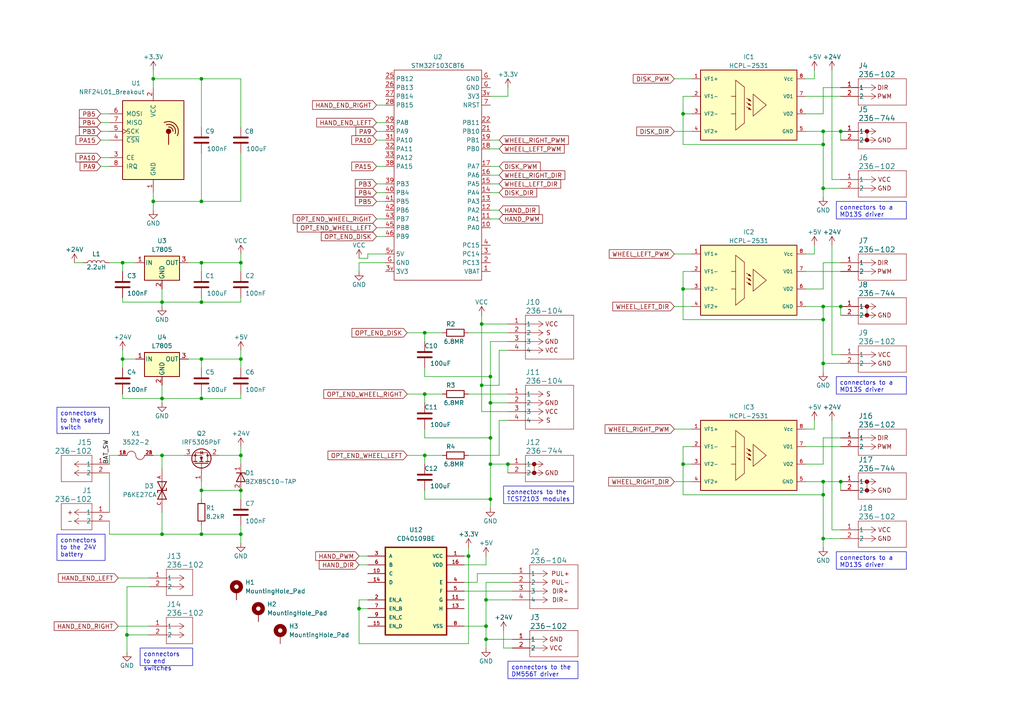
<source format=kicad_sch>
(kicad_sch (version 20230121) (generator eeschema)
  (paper "A4")
  (junction (at 104.14 176.53))
  (junction (at 142.24 144.78))
  (junction (at 58.42 22.86))
  (junction (at 58.42 87.63))
  (junction (at 243.84 88.9))
  (junction (at 142.24 134.62))
  (junction (at 58.42 58.42))
  (junction (at 142.24 116.84))
  (junction (at 123.19 114.3))
  (junction (at 36.83 184.15))
  (junction (at 123.19 132.08))
  (junction (at 238.76 105.41))
  (junction (at 243.84 38.1))
  (junction (at 46.99 154.94))
  (junction (at 142.24 109.22))
  (junction (at 140.97 181.61))
  (junction (at 142.24 127))
  (junction (at 243.84 139.7))
  (junction (at 46.99 87.63))
  (junction (at 58.42 76.2))
  (junction (at 58.42 104.14))
  (junction (at 46.99 132.08))
  (junction (at 135.89 161.29))
  (junction (at 238.76 143.51))
  (junction (at 35.56 76.2))
  (junction (at 147.32 134.62))
  (junction (at 35.56 104.14))
  (junction (at 69.85 142.24))
  (junction (at 140.97 185.42))
  (junction (at 58.42 142.24))
  (junction (at 238.76 156.21))
  (junction (at 58.42 154.94))
  (junction (at 238.76 139.7))
  (junction (at 238.76 54.61))
  (junction (at 69.85 154.94))
  (junction (at 44.45 58.42))
  (junction (at 69.85 76.2))
  (junction (at 198.12 33.02))
  (junction (at 238.76 88.9))
  (junction (at 238.76 92.71))
  (junction (at 238.76 41.91))
  (junction (at 69.85 104.14))
  (junction (at 140.97 173.99))
  (junction (at 123.19 96.52))
  (junction (at 58.42 115.57))
  (junction (at 238.76 38.1))
  (junction (at 69.85 132.08))
  (junction (at 46.99 115.57))
  (junction (at 44.45 22.86))
  (junction (at 198.12 134.62))
  (junction (at 139.7 111.76))
  (junction (at 198.12 83.82))
  (junction (at 139.7 93.98))
  (wire (pts (xy 46.99 87.63) (xy 46.99 88.9)))
  (wire (pts (xy 139.7 93.98) (xy 147.32 93.98)))
  (wire (pts (xy 58.42 36.83) (xy 58.42 22.86)))
  (wire (pts (xy 54.61 76.2) (xy 58.42 76.2)))
  (wire (pts (xy 109.22 55.88) (xy 111.76 55.88)))
  (wire (pts (xy 46.99 87.63) (xy 58.42 87.63)))
  (wire (pts (xy 195.58 22.86) (xy 200.66 22.86)))
  (wire (pts (xy 46.99 132.08) (xy 46.99 135.89)))
  (wire (pts (xy 35.56 76.2) (xy 39.37 76.2)))
  (wire (pts (xy 148.59 185.42) (xy 140.97 185.42)))
  (wire (pts (xy 58.42 139.7) (xy 58.42 142.24)))
  (wire (pts (xy 233.68 139.7) (xy 238.76 139.7)))
  (wire (pts (xy 69.85 44.45) (xy 69.85 58.42)))
  (wire (pts (xy 238.76 76.2) (xy 243.84 76.2)))
  (wire (pts (xy 142.24 50.8) (xy 144.78 50.8)))
  (wire (pts (xy 241.3 102.87) (xy 243.84 102.87)))
  (wire (pts (xy 104.14 76.2) (xy 104.14 78.74)))
  (wire (pts (xy 142.24 27.94) (xy 147.32 27.94)))
  (wire (pts (xy 44.45 20.32) (xy 44.45 22.86)))
  (wire (pts (xy 140.97 181.61) (xy 140.97 185.42)))
  (wire (pts (xy 35.56 87.63) (xy 46.99 87.63)))
  (wire (pts (xy 195.58 88.9) (xy 200.66 88.9)))
  (wire (pts (xy 142.24 116.84) (xy 147.32 116.84)))
  (wire (pts (xy 198.12 83.82) (xy 198.12 92.71)))
  (wire (pts (xy 142.24 48.26) (xy 144.78 48.26)))
  (wire (pts (xy 134.62 163.83) (xy 140.97 163.83)))
  (wire (pts (xy 139.7 91.44) (xy 139.7 93.98)))
  (wire (pts (xy 148.59 173.99) (xy 140.97 173.99)))
  (wire (pts (xy 238.76 139.7) (xy 243.84 139.7)))
  (wire (pts (xy 198.12 78.74) (xy 198.12 83.82)))
  (wire (pts (xy 238.76 88.9) (xy 243.84 88.9)))
  (wire (pts (xy 69.85 114.3) (xy 69.85 115.57)))
  (wire (pts (xy 104.14 163.83) (xy 106.68 163.83)))
  (wire (pts (xy 35.56 76.2) (xy 35.56 78.74)))
  (wire (pts (xy 29.21 35.56) (xy 31.75 35.56)))
  (wire (pts (xy 233.68 22.86) (xy 236.22 22.86)))
  (wire (pts (xy 29.21 38.1) (xy 31.75 38.1)))
  (wire (pts (xy 35.56 104.14) (xy 39.37 104.14)))
  (wire (pts (xy 135.89 114.3) (xy 147.32 114.3)))
  (wire (pts (xy 35.56 115.57) (xy 46.99 115.57)))
  (wire (pts (xy 29.21 33.02) (xy 31.75 33.02)))
  (wire (pts (xy 58.42 142.24) (xy 58.42 144.78)))
  (wire (pts (xy 238.76 54.61) (xy 238.76 57.15)))
  (wire (pts (xy 58.42 22.86) (xy 44.45 22.86)))
  (wire (pts (xy 148.59 168.91) (xy 140.97 168.91)))
  (wire (pts (xy 104.14 186.69) (xy 135.89 186.69)))
  (wire (pts (xy 238.76 105.41) (xy 243.84 105.41)))
  (wire (pts (xy 238.76 156.21) (xy 238.76 158.75)))
  (wire (pts (xy 139.7 119.38) (xy 147.32 119.38)))
  (wire (pts (xy 46.99 115.57) (xy 46.99 116.84)))
  (wire (pts (xy 142.24 116.84) (xy 142.24 127)))
  (wire (pts (xy 109.22 38.1) (xy 111.76 38.1)))
  (wire (pts (xy 195.58 73.66) (xy 200.66 73.66)))
  (wire (pts (xy 123.19 127) (xy 142.24 127)))
  (wire (pts (xy 69.85 129.54) (xy 69.85 132.08)))
  (wire (pts (xy 233.68 38.1) (xy 238.76 38.1)))
  (wire (pts (xy 238.76 83.82) (xy 238.76 76.2)))
  (wire (pts (xy 198.12 41.91) (xy 238.76 41.91)))
  (wire (pts (xy 109.22 63.5) (xy 111.76 63.5)))
  (wire (pts (xy 233.68 78.74) (xy 243.84 78.74)))
  (wire (pts (xy 142.24 53.34) (xy 144.78 53.34)))
  (wire (pts (xy 69.85 106.68) (xy 69.85 104.14)))
  (wire (pts (xy 142.24 109.22) (xy 142.24 116.84)))
  (wire (pts (xy 142.24 60.96) (xy 144.78 60.96)))
  (wire (pts (xy 243.84 38.1) (xy 243.84 40.64)))
  (wire (pts (xy 46.99 154.94) (xy 58.42 154.94)))
  (wire (pts (xy 139.7 93.98) (xy 139.7 111.76)))
  (wire (pts (xy 69.85 36.83) (xy 69.85 22.86)))
  (wire (pts (xy 198.12 92.71) (xy 238.76 92.71)))
  (wire (pts (xy 140.97 187.96) (xy 140.97 185.42)))
  (wire (pts (xy 123.19 134.62) (xy 123.19 132.08)))
  (wire (pts (xy 238.76 156.21) (xy 243.84 156.21)))
  (wire (pts (xy 233.68 83.82) (xy 238.76 83.82)))
  (wire (pts (xy 69.85 152.4) (xy 69.85 154.94)))
  (wire (pts (xy 142.24 43.18) (xy 144.78 43.18)))
  (wire (pts (xy 69.85 101.6) (xy 69.85 104.14)))
  (wire (pts (xy 123.19 99.06) (xy 123.19 96.52)))
  (wire (pts (xy 104.14 176.53) (xy 106.68 176.53)))
  (wire (pts (xy 35.56 104.14) (xy 35.56 106.68)))
  (wire (pts (xy 35.56 86.36) (xy 35.56 87.63)))
  (wire (pts (xy 241.3 121.92) (xy 241.3 153.67)))
  (wire (pts (xy 147.32 27.94) (xy 147.32 25.4)))
  (wire (pts (xy 46.99 83.82) (xy 46.99 87.63)))
  (wire (pts (xy 195.58 139.7) (xy 200.66 139.7)))
  (wire (pts (xy 198.12 134.62) (xy 200.66 134.62)))
  (wire (pts (xy 69.85 157.48) (xy 69.85 154.94)))
  (wire (pts (xy 238.76 134.62) (xy 238.76 127)))
  (wire (pts (xy 198.12 83.82) (xy 200.66 83.82)))
  (wire (pts (xy 142.24 144.78) (xy 142.24 147.32)))
  (wire (pts (xy 238.76 143.51) (xy 238.76 156.21)))
  (wire (pts (xy 238.76 25.4) (xy 243.84 25.4)))
  (wire (pts (xy 144.78 101.6) (xy 144.78 111.76)))
  (wire (pts (xy 134.62 161.29) (xy 135.89 161.29)))
  (wire (pts (xy 36.83 189.23) (xy 36.83 184.15)))
  (wire (pts (xy 46.99 132.08) (xy 53.34 132.08)))
  (wire (pts (xy 233.68 27.94) (xy 243.84 27.94)))
  (wire (pts (xy 144.78 121.92) (xy 144.78 132.08)))
  (wire (pts (xy 123.19 96.52) (xy 128.27 96.52)))
  (wire (pts (xy 243.84 88.9) (xy 243.84 91.44)))
  (wire (pts (xy 69.85 142.24) (xy 69.85 144.78)))
  (wire (pts (xy 123.19 132.08) (xy 128.27 132.08)))
  (wire (pts (xy 46.99 148.59) (xy 46.99 154.94)))
  (wire (pts (xy 69.85 58.42) (xy 58.42 58.42)))
  (wire (pts (xy 46.99 115.57) (xy 58.42 115.57)))
  (wire (pts (xy 233.68 129.54) (xy 243.84 129.54)))
  (wire (pts (xy 104.14 161.29) (xy 106.68 161.29)))
  (wire (pts (xy 35.56 101.6) (xy 35.56 104.14)))
  (wire (pts (xy 198.12 33.02) (xy 200.66 33.02)))
  (wire (pts (xy 58.42 104.14) (xy 69.85 104.14)))
  (wire (pts (xy 104.14 173.99) (xy 104.14 176.53)))
  (wire (pts (xy 58.42 58.42) (xy 44.45 58.42)))
  (wire (pts (xy 144.78 111.76) (xy 139.7 111.76)))
  (wire (pts (xy 134.62 171.45) (xy 148.59 171.45)))
  (wire (pts (xy 135.89 186.69) (xy 135.89 161.29)))
  (wire (pts (xy 58.42 115.57) (xy 69.85 115.57)))
  (wire (pts (xy 43.18 170.18) (xy 36.83 170.18)))
  (wire (pts (xy 109.22 66.04) (xy 111.76 66.04)))
  (wire (pts (xy 241.3 153.67) (xy 243.84 153.67)))
  (wire (pts (xy 54.61 104.14) (xy 58.42 104.14)))
  (wire (pts (xy 31.75 154.94) (xy 46.99 154.94)))
  (wire (pts (xy 58.42 142.24) (xy 69.85 142.24)))
  (wire (pts (xy 123.19 114.3) (xy 128.27 114.3)))
  (wire (pts (xy 69.85 73.66) (xy 69.85 76.2)))
  (wire (pts (xy 29.21 40.64) (xy 31.75 40.64)))
  (wire (pts (xy 106.68 173.99) (xy 104.14 173.99)))
  (wire (pts (xy 44.45 58.42) (xy 44.45 60.96)))
  (wire (pts (xy 198.12 143.51) (xy 238.76 143.51)))
  (wire (pts (xy 238.76 143.51) (xy 238.76 139.7)))
  (wire (pts (xy 241.3 52.07) (xy 243.84 52.07)))
  (wire (pts (xy 233.68 73.66) (xy 236.22 73.66)))
  (wire (pts (xy 118.11 132.08) (xy 123.19 132.08)))
  (wire (pts (xy 123.19 127) (xy 123.19 124.46)))
  (wire (pts (xy 31.75 137.16) (xy 31.75 148.59)))
  (wire (pts (xy 109.22 30.48) (xy 111.76 30.48)))
  (wire (pts (xy 238.76 92.71) (xy 238.76 105.41)))
  (wire (pts (xy 200.66 38.1) (xy 195.58 38.1)))
  (wire (pts (xy 44.45 132.08) (xy 46.99 132.08)))
  (wire (pts (xy 233.68 88.9) (xy 238.76 88.9)))
  (wire (pts (xy 236.22 20.32) (xy 236.22 22.86)))
  (wire (pts (xy 142.24 99.06) (xy 147.32 99.06)))
  (wire (pts (xy 58.42 86.36) (xy 58.42 87.63)))
  (wire (pts (xy 134.62 168.91) (xy 138.43 168.91)))
  (wire (pts (xy 238.76 33.02) (xy 238.76 25.4)))
  (wire (pts (xy 142.24 63.5) (xy 144.78 63.5)))
  (wire (pts (xy 142.24 127) (xy 142.24 134.62)))
  (wire (pts (xy 58.42 104.14) (xy 58.42 106.68)))
  (wire (pts (xy 138.43 166.37) (xy 148.59 166.37)))
  (wire (pts (xy 241.3 20.32) (xy 241.3 52.07)))
  (wire (pts (xy 69.85 22.86) (xy 58.42 22.86)))
  (wire (pts (xy 140.97 168.91) (xy 140.97 173.99)))
  (wire (pts (xy 111.76 76.2) (xy 104.14 76.2)))
  (wire (pts (xy 58.42 76.2) (xy 58.42 78.74)))
  (wire (pts (xy 139.7 111.76) (xy 139.7 119.38)))
  (wire (pts (xy 142.24 40.64) (xy 144.78 40.64)))
  (wire (pts (xy 142.24 99.06) (xy 142.24 109.22)))
  (wire (pts (xy 238.76 105.41) (xy 238.76 107.95)))
  (wire (pts (xy 198.12 129.54) (xy 198.12 134.62)))
  (wire (pts (xy 238.76 54.61) (xy 243.84 54.61)))
  (wire (pts (xy 238.76 92.71) (xy 238.76 88.9)))
  (wire (pts (xy 31.75 151.13) (xy 31.75 154.94)))
  (wire (pts (xy 123.19 109.22) (xy 142.24 109.22)))
  (wire (pts (xy 135.89 96.52) (xy 147.32 96.52)))
  (wire (pts (xy 233.68 134.62) (xy 238.76 134.62)))
  (wire (pts (xy 135.89 132.08) (xy 144.78 132.08)))
  (wire (pts (xy 140.97 173.99) (xy 140.97 181.61)))
  (wire (pts (xy 31.75 132.08) (xy 31.75 134.62)))
  (wire (pts (xy 31.75 76.2) (xy 35.56 76.2)))
  (wire (pts (xy 31.75 132.08) (xy 34.29 132.08)))
  (wire (pts (xy 198.12 27.94) (xy 200.66 27.94)))
  (wire (pts (xy 104.14 176.53) (xy 104.14 186.69)))
  (wire (pts (xy 123.19 109.22) (xy 123.19 106.68)))
  (wire (pts (xy 21.59 76.2) (xy 24.13 76.2)))
  (wire (pts (xy 109.22 53.34) (xy 111.76 53.34)))
  (wire (pts (xy 243.84 139.7) (xy 243.84 142.24)))
  (wire (pts (xy 123.19 144.78) (xy 123.19 142.24)))
  (wire (pts (xy 135.89 161.29) (xy 135.89 158.75)))
  (wire (pts (xy 147.32 121.92) (xy 144.78 121.92)))
  (wire (pts (xy 233.68 124.46) (xy 236.22 124.46)))
  (wire (pts (xy 58.42 114.3) (xy 58.42 115.57)))
  (wire (pts (xy 69.85 78.74) (xy 69.85 76.2)))
  (wire (pts (xy 46.99 111.76) (xy 46.99 115.57)))
  (wire (pts (xy 58.42 152.4) (xy 58.42 154.94)))
  (wire (pts (xy 238.76 127) (xy 243.84 127)))
  (wire (pts (xy 29.21 48.26) (xy 31.75 48.26)))
  (wire (pts (xy 36.83 184.15) (xy 43.18 184.15)))
  (wire (pts (xy 147.32 134.62) (xy 147.32 137.16)))
  (wire (pts (xy 109.22 48.26) (xy 111.76 48.26)))
  (wire (pts (xy 58.42 76.2) (xy 69.85 76.2)))
  (wire (pts (xy 236.22 121.92) (xy 236.22 124.46)))
  (wire (pts (xy 106.68 73.66) (xy 111.76 73.66)))
  (wire (pts (xy 123.19 116.84) (xy 123.19 114.3)))
  (wire (pts (xy 198.12 27.94) (xy 198.12 33.02)))
  (wire (pts (xy 140.97 163.83) (xy 140.97 161.29)))
  (wire (pts (xy 195.58 124.46) (xy 200.66 124.46)))
  (wire (pts (xy 238.76 41.91) (xy 238.76 38.1)))
  (wire (pts (xy 104.14 74.93) (xy 106.68 74.93)))
  (wire (pts (xy 58.42 154.94) (xy 69.85 154.94)))
  (wire (pts (xy 63.5 132.08) (xy 69.85 132.08)))
  (wire (pts (xy 35.56 114.3) (xy 35.56 115.57)))
  (wire (pts (xy 146.05 182.88) (xy 146.05 187.96)))
  (wire (pts (xy 44.45 55.88) (xy 44.45 58.42)))
  (wire (pts (xy 109.22 58.42) (xy 111.76 58.42)))
  (wire (pts (xy 109.22 68.58) (xy 111.76 68.58)))
  (wire (pts (xy 142.24 134.62) (xy 147.32 134.62)))
  (wire (pts (xy 148.59 187.96) (xy 146.05 187.96)))
  (wire (pts (xy 142.24 134.62) (xy 142.24 144.78)))
  (wire (pts (xy 36.83 170.18) (xy 36.83 184.15)))
  (wire (pts (xy 58.42 44.45) (xy 58.42 58.42)))
  (wire (pts (xy 233.68 33.02) (xy 238.76 33.02)))
  (wire (pts (xy 147.32 101.6) (xy 144.78 101.6)))
  (wire (pts (xy 34.29 167.64) (xy 43.18 167.64)))
  (wire (pts (xy 29.21 45.72) (xy 31.75 45.72)))
  (wire (pts (xy 236.22 71.12) (xy 236.22 73.66)))
  (wire (pts (xy 198.12 134.62) (xy 198.12 143.51)))
  (wire (pts (xy 198.12 33.02) (xy 198.12 41.91)))
  (wire (pts (xy 198.12 129.54) (xy 200.66 129.54)))
  (wire (pts (xy 69.85 132.08) (xy 69.85 134.62)))
  (wire (pts (xy 118.11 96.52) (xy 123.19 96.52)))
  (wire (pts (xy 123.19 144.78) (xy 142.24 144.78)))
  (wire (pts (xy 134.62 181.61) (xy 140.97 181.61)))
  (wire (pts (xy 44.45 22.86) (xy 44.45 25.4)))
  (wire (pts (xy 142.24 55.88) (xy 144.78 55.88)))
  (wire (pts (xy 118.11 114.3) (xy 123.19 114.3)))
  (wire (pts (xy 69.85 86.36) (xy 69.85 87.63)))
  (wire (pts (xy 138.43 168.91) (xy 138.43 166.37)))
  (wire (pts (xy 109.22 40.64) (xy 111.76 40.64)))
  (wire (pts (xy 198.12 78.74) (xy 200.66 78.74)))
  (wire (pts (xy 238.76 38.1) (xy 243.84 38.1)))
  (wire (pts (xy 58.42 87.63) (xy 69.85 87.63)))
  (wire (pts (xy 106.68 74.93) (xy 106.68 73.66)))
  (wire (pts (xy 109.22 35.56) (xy 111.76 35.56)))
  (wire (pts (xy 34.29 181.61) (xy 43.18 181.61)))
  (wire (pts (xy 238.76 41.91) (xy 238.76 54.61)))
  (wire (pts (xy 241.3 71.12) (xy 241.3 102.87)))
  (text_box "connectors to the 24V battery" (at 16.51 154.94 0) (size 13.97 7.62) (effects (font (size 1.27 1.27)) (justify left top)))
  (text_box "connectors to end switches" (at 40.64 187.96 0) (size 15.24 5.08) (effects (font (size 1.27 1.27)) (justify left top)))
  (text_box "connectors to a MD13S driver" (at 242.57 58.42 0) (size 20.32 5.08) (effects (font (size 1.27 1.27)) (justify left top)))
  (text_box "connectors to a MD13S driver" (at 242.57 109.22 0) (size 20.32 5.08) (effects (font (size 1.27 1.27)) (justify left top)))
  (text_box "connectors to the DM556T driver" (at 147.32 191.77 0) (size 20.32 5.08) (effects (font (size 1.27 1.27)) (justify left top)))
  (text_box "connectors to a MD13S driver" (at 242.57 160.02 0) (size 20.32 5.08) (effects (font (size 1.27 1.27)) (justify left top)))
  (text_box "connectors to the safety switch" (at 16.51 118.11 0) (size 15.24 7.62) (effects (font (size 1.27 1.27)) (justify left top)))
  (text_box "connectors to the TCST2103 modules" (at 146.05 140.97 0) (size 20.32 5.08) (effects (font (size 1.27 1.27)) (justify left top)))
  (label "BAT_SW" (at 31.75 134.62 90))
  (global_label "HAND_PWM" (shape input) (at 144.78 63.5 0) (property "Intersheetrefs" "${INTERSHEET_REFS}" (effects hide)))
  (global_label "PB5" (shape input) (at 29.21 33.02 180) (property "Intersheetrefs" "${INTERSHEET_REFS}" (effects hide)))
  (global_label "WHEEL_LEFT_PWM" (shape input) (at 144.78 43.18 0) (property "Intersheetrefs" "${INTERSHEET_REFS}" (effects hide)))
  (global_label "HAND_END_LEFT" (shape input) (at 34.29 167.64 180) (property "Intersheetrefs" "${INTERSHEET_REFS}" (effects hide)))
  (global_label "PB3" (shape input) (at 29.21 38.1 180) (property "Intersheetrefs" "${INTERSHEET_REFS}" (effects hide)))
  (global_label "PA15" (shape input) (at 109.22 48.26 180) (property "Intersheetrefs" "${INTERSHEET_REFS}" (effects hide)))
  (global_label "OPT_END_WHEEL_RIGHT" (shape input) (at 118.11 114.3 180) (property "Intersheetrefs" "${INTERSHEET_REFS}" (effects hide)))
  (global_label "PA15" (shape input) (at 29.21 40.64 180) (property "Intersheetrefs" "${INTERSHEET_REFS}" (effects hide)))
  (global_label "DISK_DIR" (shape input) (at 144.78 55.88 0) (property "Intersheetrefs" "${INTERSHEET_REFS}" (effects hide)))
  (global_label "OPT_END_WHEEL_LEFT" (shape input) (at 118.11 132.08 180) (property "Intersheetrefs" "${INTERSHEET_REFS}" (effects hide)))
  (global_label "WHEEL_RIGHT_PWM" (shape input) (at 144.78 40.64 0) (property "Intersheetrefs" "${INTERSHEET_REFS}" (effects hide)))
  (global_label "PA9" (shape input) (at 109.22 38.1 180) (property "Intersheetrefs" "${INTERSHEET_REFS}" (effects hide)))
  (global_label "DISK_PWM" (shape input) (at 144.78 48.26 0) (property "Intersheetrefs" "${INTERSHEET_REFS}" (effects hide)))
  (global_label "HAND_END_LEFT" (shape input) (at 109.22 35.56 180) (property "Intersheetrefs" "${INTERSHEET_REFS}" (effects hide)))
  (global_label "WHEEL_RIGHT_DIR" (shape input) (at 144.78 50.8 0) (property "Intersheetrefs" "${INTERSHEET_REFS}" (effects hide)))
  (global_label "WHEEL_LEFT_DIR" (shape input) (at 144.78 53.34 0) (property "Intersheetrefs" "${INTERSHEET_REFS}" (effects hide)))
  (global_label "HAND_DIR" (shape input) (at 144.78 60.96 0) (property "Intersheetrefs" "${INTERSHEET_REFS}" (effects hide)))
  (global_label "WHEEL_RIGHT_DIR" (shape input) (at 195.58 139.7 180) (property "Intersheetrefs" "${INTERSHEET_REFS}" (effects hide)))
  (global_label "OPT_END_WHEEL_RIGHT" (shape input) (at 109.22 63.5 180) (property "Intersheetrefs" "${INTERSHEET_REFS}" (effects hide)))
  (global_label "DISK_DIR" (shape input) (at 195.58 38.1 180) (property "Intersheetrefs" "${INTERSHEET_REFS}" (effects hide)))
  (global_label "OPT_END_WHEEL_LEFT" (shape input) (at 109.22 66.04 180) (property "Intersheetrefs" "${INTERSHEET_REFS}" (effects hide)))
  (global_label "PB4" (shape input) (at 29.21 35.56 180) (property "Intersheetrefs" "${INTERSHEET_REFS}" (effects hide)))
  (global_label "HAND_END_RIGHT" (shape input) (at 34.29 181.61 180) (property "Intersheetrefs" "${INTERSHEET_REFS}" (effects hide)))
  (global_label "HAND_DIR" (shape input) (at 104.14 163.83 180) (property "Intersheetrefs" "${INTERSHEET_REFS}" (effects hide)))
  (global_label "WHEEL_LEFT_DIR" (shape input) (at 195.58 88.9 180) (property "Intersheetrefs" "${INTERSHEET_REFS}" (effects hide)))
  (global_label "WHEEL_RIGHT_PWM" (shape input) (at 195.58 124.46 180) (property "Intersheetrefs" "${INTERSHEET_REFS}" (effects hide)))
  (global_label "PB4" (shape input) (at 109.22 55.88 180) (property "Intersheetrefs" "${INTERSHEET_REFS}" (effects hide)))
  (global_label "PB5" (shape input) (at 109.22 58.42 180) (property "Intersheetrefs" "${INTERSHEET_REFS}" (effects hide)))
  (global_label "OPT_END_DISK" (shape input) (at 118.11 96.52 180) (property "Intersheetrefs" "${INTERSHEET_REFS}" (effects hide)))
  (global_label "DISK_PWM" (shape input) (at 195.58 22.86 180) (property "Intersheetrefs" "${INTERSHEET_REFS}" (effects hide)))
  (global_label "PA10" (shape input) (at 29.21 45.72 180) (property "Intersheetrefs" "${INTERSHEET_REFS}" (effects hide)))
  (global_label "PB3" (shape input) (at 109.22 53.34 180) (property "Intersheetrefs" "${INTERSHEET_REFS}" (effects hide)))
  (global_label "HAND_PWM" (shape input) (at 104.14 161.29 180) (property "Intersheetrefs" "${INTERSHEET_REFS}" (effects hide)))
  (global_label "OPT_END_DISK" (shape input) (at 109.22 68.58 180) (property "Intersheetrefs" "${INTERSHEET_REFS}" (effects hide)))
  (global_label "PA9" (shape input) (at 29.21 48.26 180) (property "Intersheetrefs" "${INTERSHEET_REFS}" (effects hide)))
  (global_label "PA10" (shape input) (at 109.22 40.64 180) (property "Intersheetrefs" "${INTERSHEET_REFS}" (effects hide)))
  (global_label "HAND_END_RIGHT" (shape input) (at 109.22 30.48 180) (property "Intersheetrefs" "${INTERSHEET_REFS}" (effects hide)))
  (global_label "WHEEL_LEFT_PWM" (shape input) (at 195.58 73.66 180) (property "Intersheetrefs" "${INTERSHEET_REFS}" (effects hide)))
  (symbol (lib_id "power:+5V") (at 236.22 121.92 0) (unit 1)
    (property "Reference" "#PWR016" (effects hide))
    (property "Value" "+5V" (at 236.22 118.11 0))
  )
  (symbol (lib_name "236-102_5") (lib_id "236-102:236-102") (at 243.84 25.4 0) (unit 1)
    (property "Reference" "J4" (at 248.92 19.05 0) (effects (font (size 1.524 1.524)) (justify left)))
    (property "Value" "236-102" (at 248.92 21.59 0) (effects (font (size 1.524 1.524)) (justify left)))
    (property "Footprint" "236-102:CONN_236-102_WAG" (effects hide))
    (property "Datasheet" "236-102" (effects hide))
  )
  (symbol (lib_id "Device:C") (at 58.42 110.49 0) (mirror y) (unit 1)
    (property "Reference" "C5" (at 62.23 107.95 0) (effects (justify left)))
    (property "Value" "100uF" (at 66.04 113.03 0) (effects (justify left)))
    (property "Footprint" "Capacitor_THT:CP_Radial_D5.0mm_P2.00mm" (effects hide))
  )
  (symbol (lib_id "power:GND") (at 238.76 57.15 0) (mirror y) (unit 1)
    (property "Reference" "#PWR010" (effects hide))
    (property "Value" "GND" (at 238.76 60.96 0))
  )
  (symbol (lib_id "Device:C") (at 123.19 138.43 0) (mirror y) (unit 1)
    (property "Reference" "C12" (at 127 135.89 0) (effects (justify left)))
    (property "Value" "100uF" (at 130.81 140.97 0) (effects (justify left)))
    (property "Footprint" "Capacitor_THT:CP_Radial_D5.0mm_P2.00mm" (effects hide))
  )
  (symbol (lib_id "power:+5V") (at 236.22 20.32 0) (unit 1)
    (property "Reference" "#PWR012" (effects hide))
    (property "Value" "+5V" (at 236.22 16.51 0))
  )
  (symbol (lib_id "Mechanical:MountingHole_Pad") (at 68.58 171.45 0) (unit 1)
    (property "Reference" "H1" (at 71.12 168.91 0) (effects (justify left)))
    (property "Value" "MountingHole_Pad" (at 71.12 171.45 0) (effects (justify left)))
    (property "Footprint" "MountingHole:MountingHole_3.2mm_M3_Pad" (effects hide))
  )
  (symbol (lib_id "Device:R") (at 132.08 132.08 90) (unit 1)
    (property "Reference" "R4" (at 132.08 129.54 90) (effects (justify left)))
    (property "Value" "6.8МR" (at 134.62 134.62 90) (effects (justify left)))
    (property "Footprint" "Resistor_THT:R_Axial_DIN0207_L6.3mm_D2.5mm_P10.16mm_Horizontal" (effects hide))
  )
  (symbol (lib_id "Device:C") (at 35.56 110.49 0) (unit 1)
    (property "Reference" "C4" (at 36.83 107.95 0) (effects (justify left)))
    (property "Value" "100nF" (at 36.83 113.03 0) (effects (justify left)))
    (property "Footprint" "Capacitor_THT:C_Axial_L5.1mm_D3.1mm_P7.50mm_Horizontal" (effects hide))
  )
  (symbol (lib_id "power:GND") (at 46.99 88.9 0) (unit 1)
    (property "Reference" "#PWR02" (effects hide))
    (property "Value" "GND" (at 46.99 92.71 0))
  )
  (symbol (lib_id "P6KE27CA:P6KE27CA") (at 46.99 142.24 270) (unit 1)
    (property "Reference" "D3" (at 41.91 140.97 90) (effects (justify left)))
    (property "Value" "P6KE27CA" (at 35.56 143.51 90) (effects (justify left)))
    (property "Footprint" "P6KE27CA:DIOAD1300W80L670D310" (effects hide))
    (property "MF" "Taiwan Semiconductor" (effects hide))
    (property "MAXIMUM_PACKAGE_HEIGHT" "3.6 mm" (effects hide))
    (property "Package" "DO-15 Taiwan Semiconductor" (effects hide))
    (property "Price" "None" (effects hide))
    (property "Check_prices" "https://www.snapeda.com/parts/P6KE27CA/Taiwan+Semiconductor/view-part/?ref=eda" (effects hide))
    (property "STANDARD" "IPC-7351B" (effects hide))
    (property "PARTREV" "K2105" (effects hide))
    (property "SnapEDA_Link" "https://www.snapeda.com/parts/P6KE27CA/Taiwan+Semiconductor/view-part/?ref=snap" (effects hide))
    (property "MP" "P6KE27CA" (effects hide))
    (property "Purchase-URL" "https://www.snapeda.com/api/url_track_click_mouser/?unipart_id=4809733&manufacturer=Taiwan Semiconductor&part_name=P6KE27CA&search_term=p6ke27ca" (effects hide))
    (property "Description" "\n600W, 27V, 5%, Bidirectional, TVS\n" (effects hide))
    (property "Availability" "In Stock" (effects hide))
    (property "MANUFACTURER" "Taiwan Semiconductor" (effects hide))
  )
  (symbol (lib_id "HCPL-2531:HCPL-2531") (at 215.9 30.48 0) (unit 1)
    (property "Reference" "IC1" (at 217.17 16.51 0))
    (property "Value" "HCPL-2531" (at 217.17 19.05 0))
    (property "Footprint" "HCPL-2531:DIL08" (effects hide))
    (property "MF" "Broadcom Limited" (effects hide))
    (property "Description" "\nOptoisolator Transistor Output 3750Vrms 2 Channel 8-DIP Gull Wing\n" (effects hide))
    (property "Package" "DIP-8 Broadcom / Avago" (effects hide))
    (property "MPN" "HCPL-2531A-000E" (effects hide))
    (property "Price" "None" (effects hide))
    (property "OC_FARNELL" "8550026" (effects hide))
    (property "SnapEDA_Link" "https://www.snapeda.com/parts/HCPL-2531/Broadcom+Limited/view-part/?ref=snap" (effects hide))
    (property "MP" "HCPL-2531" (effects hide))
    (property "OC_NEWARK" "88H7847" (effects hide))
    (property "Availability" "In Stock" (effects hide))
    (property "Check_prices" "https://www.snapeda.com/parts/HCPL-2531/Broadcom+Limited/view-part/?ref=eda" (effects hide))
  )
  (symbol (lib_id "power:GND") (at 238.76 158.75 0) (mirror y) (unit 1)
    (property "Reference" "#PWR017" (effects hide))
    (property "Value" "GND" (at 238.76 162.56 0))
  )
  (symbol (lib_name "236-102_3") (lib_id "236-102:236-102") (at 243.84 52.07 0) (unit 1)
    (property "Reference" "J6" (at 248.92 45.72 0) (effects (font (size 1.524 1.524)) (justify left)))
    (property "Value" "236-102" (at 248.92 48.26 0) (effects (font (size 1.524 1.524)) (justify left)))
    (property "Footprint" "236-102:CONN_236-102_WAG" (effects hide))
    (property "Datasheet" "236-102" (effects hide))
  )
  (symbol (lib_id "power:VCC") (at 139.7 91.44 0) (unit 1)
    (property "Reference" "#PWR07" (effects hide))
    (property "Value" "+5V_CLEAN" (at 139.7 87.63 0))
  )
  (symbol (lib_id "RF:NRF24L01_Breakout") (at 44.45 40.64 0) (unit 1)
    (property "Reference" "U1" (at 38.1 24.13 0) (effects (justify left)))
    (property "Value" "NRF24L01_Breakout" (at 22.86 26.67 0) (effects (justify left)))
    (property "Footprint" "RF_Module:nRF24L01_Breakout" (effects hide))
    (property "Datasheet" "http://www.nordicsemi.com/eng/content/download/2730/34105/file/nRF24L01_Product_Specification_v2_0.pdf" (effects hide))
  )
  (symbol (lib_id "power:GND") (at 104.14 78.74 0) (unit 1)
    (property "Reference" "#PWR030" (effects hide))
    (property "Value" "GND" (at 104.14 82.55 0))
  )
  (symbol (lib_id "power:+3.3V") (at 135.89 158.75 0) (unit 1)
    (property "Reference" "#PWR023" (effects hide))
    (property "Value" "+3.3V" (at 135.89 154.94 0))
  )
  (symbol (lib_name "236-102_1") (lib_id "236-102:236-102") (at 148.59 185.42 0) (unit 1)
    (property "Reference" "J3" (at 153.67 179.07 0) (effects (font (size 1.524 1.524)) (justify left)))
    (property "Value" "236-102" (at 153.67 181.61 0) (effects (font (size 1.524 1.524)) (justify left)))
    (property "Footprint" "236-102:CONN_236-102_WAG" (effects hide))
    (property "Datasheet" "236-102" (effects hide))
  )
  (symbol (lib_name "236-102_3") (lib_id "236-102:236-102") (at 243.84 153.67 0) (unit 1)
    (property "Reference" "J18" (at 248.92 147.32 0) (effects (font (size 1.524 1.524)) (justify left)))
    (property "Value" "236-102" (at 248.92 149.86 0) (effects (font (size 1.524 1.524)) (justify left)))
    (property "Footprint" "236-102:CONN_236-102_WAG" (effects hide))
    (property "Datasheet" "236-102" (effects hide))
  )
  (symbol (lib_id "Device:C") (at 69.85 148.59 0) (unit 1)
    (property "Reference" "C7" (at 71.12 146.05 0) (effects (justify left)))
    (property "Value" "100nF" (at 71.12 151.13 0) (effects (justify left)))
    (property "Footprint" "Capacitor_THT:C_Axial_L5.1mm_D3.1mm_P7.50mm_Horizontal" (effects hide))
  )
  (symbol (lib_id "power:+5V") (at 140.97 161.29 0) (unit 1)
    (property "Reference" "#PWR035" (effects hide))
    (property "Value" "+5V" (at 140.97 157.48 0))
  )
  (symbol (lib_id "Regulator_Linear:L7805") (at 46.99 104.14 0) (unit 1)
    (property "Reference" "U4" (at 46.99 97.79 0))
    (property "Value" "L7805" (at 46.99 100.33 0))
    (property "Footprint" "Package_TO_SOT_THT:TO-220-3_Vertical" (effects hide))
    (property "Datasheet" "http://www.st.com/content/ccc/resource/technical/document/datasheet/41/4f/b3/b0/12/d4/47/88/CD00000444.pdf/files/CD00000444.pdf/jcr:content/translations/en.CD00000444.pdf" (effects hide))
  )
  (symbol (lib_id "3522-2:3522-2") (at 39.37 132.08 0) (unit 1)
    (property "Reference" "X1" (at 39.37 125.73 0))
    (property "Value" "3522-2" (at 39.37 128.27 0))
    (property "Footprint" "3522-2:FUSE_3522-2" (effects hide))
    (property "MF" "Keystone Electronics" (effects hide))
    (property "MAXIMUM_PACKAGE_HEIGHT" "6.73mm" (effects hide))
    (property "Package" "None" (effects hide))
    (property "Check_prices" "https://www.snapeda.com/parts/3522-2/Keystone+Electronics/view-part/?ref=eda" (effects hide))
    (property "STANDARD" "Manufacturer Recommendations" (effects hide))
    (property "PARTREV" "J" (effects hide))
    (property "SnapEDA_Link" "https://www.snapeda.com/parts/3522-2/Keystone+Electronics/view-part/?ref=snap" (effects hide))
    (property "MP" "3522-2" (effects hide))
    (property "Purchase-URL" "https://www.snapeda.com/api/url_track_click_mouser/?unipart_id=278059&manufacturer=Keystone Electronics&part_name=3522-2&search_term=keystone 3522-2" (effects hide))
    (property "Description" "\nFuse Holder, Auto Blade, THM, Vertical, 1 Cell, Fuse Size Std., 20 A | Keystone Electronics 3522-2\n" (effects hide))
    (property "SNAPEDA_PN" "3522-2" (effects hide))
    (property "RS_Components_1676068_Purchase_URL" "https://www.snapeda.com/api/url_track_click/https%253A//uk.rs-online.com/web/p/fuse-holders/1676068//%253Futm_campaign%253Dbuynow%2526utm_medium%253Daggregator%2526utm_source%253Dsnapeda%2526cm_mmc%253Daff-_-uk-_-snapeda-_-1676068/?unipart_id=278059&manufacturer=Keystone Electronics&part_name=3522-2&search_term=keystone 3522-2" (effects hide))
    (property "MANUFACTURER" "Keystone" (effects hide))
  )
  (symbol (lib_id "Transistor_FET:IRF540N") (at 58.42 134.62 270) (mirror x) (unit 1)
    (property "Reference" "Q2" (at 58.42 125.73 90))
    (property "Value" "IRF5305PbF" (at 58.42 128.27 90))
    (property "Footprint" "Package_TO_SOT_THT:TO-220-3_Vertical" (effects hide))
    (property "Datasheet" "http://www.irf.com/product-info/datasheets/data/irf540n.pdf" (effects hide))
  )
  (symbol (lib_id "Mechanical:MountingHole_Pad") (at 81.28 184.15 0) (unit 1)
    (property "Reference" "H3" (at 83.82 181.61 0) (effects (justify left)))
    (property "Value" "MountingHole_Pad" (at 83.82 184.15 0) (effects (justify left)))
    (property "Footprint" "MountingHole:MountingHole_3.2mm_M3_Pad" (effects hide))
  )
  (symbol (lib_id "Device:C") (at 123.19 102.87 0) (mirror y) (unit 1)
    (property "Reference" "C10" (at 127 100.33 0) (effects (justify left)))
    (property "Value" "100uF" (at 130.81 105.41 0) (effects (justify left)))
    (property "Footprint" "Capacitor_THT:CP_Radial_D5.0mm_P2.00mm" (effects hide))
  )
  (symbol (lib_name "236-102_2") (lib_id "236-102:236-102") (at 43.18 167.64 0) (unit 1)
    (property "Reference" "J13" (at 48.26 161.29 0) (effects (font (size 1.524 1.524)) (justify left)))
    (property "Value" "236-102" (at 48.26 163.83 0) (effects (font (size 1.524 1.524)) (justify left)))
    (property "Footprint" "236-102:CONN_236-102_WAG" (effects hide))
    (property "Datasheet" "236-102" (effects hide))
  )
  (symbol (lib_id "power:+3.3V") (at 44.45 20.32 0) (unit 1)
    (property "Reference" "#PWR06" (effects hide))
    (property "Value" "+3.3V" (at 44.45 16.51 0))
  )
  (symbol (lib_id "power:GND") (at 36.83 189.23 0) (unit 1)
    (property "Reference" "#PWR033" (effects hide))
    (property "Value" "GND" (at 36.83 193.04 0))
  )
  (symbol (lib_id "Device:L") (at 27.94 76.2 90) (unit 1)
    (property "Reference" "L1" (at 27.94 73.66 90))
    (property "Value" "2.2uH" (at 27.94 77.47 90))
    (property "Footprint" "Inductor_THT:L_Axial_L16.0mm_D7.5mm_P5.08mm_Vertical_Fastron_XHBCC" (effects hide))
  )
  (symbol (lib_id "Device:R") (at 132.08 114.3 90) (unit 1)
    (property "Reference" "R3" (at 132.08 111.76 90) (effects (justify left)))
    (property "Value" "6.8МR" (at 134.62 116.84 90) (effects (justify left)))
    (property "Footprint" "Resistor_THT:R_Axial_DIN0207_L6.3mm_D2.5mm_P10.16mm_Horizontal" (effects hide))
  )
  (symbol (lib_id "power:GND") (at 238.76 107.95 0) (mirror y) (unit 1)
    (property "Reference" "#PWR014" (effects hide))
    (property "Value" "GND" (at 238.76 111.76 0))
  )
  (symbol (lib_id "Device:R") (at 58.42 148.59 0) (unit 1)
    (property "Reference" "R1" (at 59.69 147.32 0) (effects (justify left)))
    (property "Value" "8.2kR" (at 59.69 149.86 0) (effects (justify left)))
    (property "Footprint" "Resistor_THT:R_Axial_DIN0207_L6.3mm_D2.5mm_P10.16mm_Horizontal" (effects hide))
  )
  (symbol (lib_name "236-102_4") (lib_id "236-102:236-102") (at 31.75 134.62 0) (mirror y) (unit 1)
    (property "Reference" "J15" (at 26.67 128.27 0) (effects (font (size 1.524 1.524)) (justify left)))
    (property "Value" "236-102" (at 26.67 130.81 0) (effects (font (size 1.524 1.524)) (justify left)))
    (property "Footprint" "236-102:CONN_236-102_WAG" (effects hide))
    (property "Datasheet" "236-102" (effects hide))
  )
  (symbol (lib_id "power:+24V") (at 21.59 76.2 0) (unit 1)
    (property "Reference" "#PWR01" (effects hide))
    (property "Value" "+24V" (at 21.59 72.39 0))
  )
  (symbol (lib_id "power:+24V") (at 146.05 182.88 0) (unit 1)
    (property "Reference" "#PWR025" (effects hide))
    (property "Value" "+24V" (at 146.05 179.07 0))
  )
  (symbol (lib_id "Device:C") (at 69.85 110.49 0) (unit 1)
    (property "Reference" "C6" (at 71.12 107.95 0) (effects (justify left)))
    (property "Value" "100nF" (at 71.12 113.03 0) (effects (justify left)))
    (property "Footprint" "Capacitor_THT:C_Axial_L5.1mm_D3.1mm_P7.50mm_Horizontal" (effects hide))
  )
  (symbol (lib_id "power:+24V") (at 69.85 129.54 0) (unit 1)
    (property "Reference" "#PWR029" (effects hide))
    (property "Value" "+24V" (at 69.85 125.73 0))
  )
  (symbol (lib_id "power:VCC") (at 104.14 74.93 0) (unit 1)
    (property "Reference" "#PWR027" (effects hide))
    (property "Value" "+5V_CLEAN" (at 104.14 71.12 0))
  )
  (symbol (lib_id "BZX85C10-TAP:BZX85C10-TAP") (at 69.85 142.24 90) (unit 1)
    (property "Reference" "D1" (at 71.12 137.16 90) (effects (justify right)))
    (property "Value" "BZX85C10-TAP" (at 71.12 139.7 90) (effects (justify right)))
    (property "Footprint" "BZX85C10-TAP:DO-41_VIS" (effects hide))
    (property "Datasheet" "BZX85C10-TAP" (effects hide))
  )
  (symbol (lib_name "236-104_1") (lib_id "236-104:236-104") (at 147.32 93.98 0) (unit 1)
    (property "Reference" "J10" (at 152.4 87.63 0) (effects (font (size 1.524 1.524)) (justify left)))
    (property "Value" "236-104" (at 152.4 90.17 0) (effects (font (size 1.524 1.524)) (justify left)))
    (property "Footprint" "236-104:CONN_236-104_WAG" (effects hide))
    (property "Datasheet" "236-104" (effects hide))
  )
  (symbol (lib_id "Device:C") (at 35.56 82.55 0) (unit 1)
    (property "Reference" "C3" (at 36.83 80.01 0) (effects (justify left)))
    (property "Value" "100nF" (at 36.83 85.09 0) (effects (justify left)))
    (property "Footprint" "Capacitor_THT:C_Axial_L5.1mm_D3.1mm_P7.50mm_Horizontal" (effects hide))
  )
  (symbol (lib_id "236-104:236-104") (at 148.59 166.37 0) (unit 1)
    (property "Reference" "J2" (at 153.67 160.02 0) (effects (font (size 1.524 1.524)) (justify left)))
    (property "Value" "236-104" (at 153.67 162.56 0) (effects (font (size 1.524 1.524)) (justify left)))
    (property "Footprint" "236-104:CONN_236-104_WAG" (effects hide))
    (property "Datasheet" "236-104" (effects hide))
  )
  (symbol (lib_id "Mechanical:MountingHole_Pad") (at 74.93 177.8 0) (unit 1)
    (property "Reference" "H2" (at 77.47 175.26 0) (effects (justify left)))
    (property "Value" "MountingHole_Pad" (at 77.47 177.8 0) (effects (justify left)))
    (property "Footprint" "MountingHole:MountingHole_3.2mm_M3_Pad" (effects hide))
  )
  (symbol (lib_id "236-744:236-744") (at 243.84 88.9 0) (unit 1)
    (property "Reference" "J8" (at 248.92 82.55 0) (effects (font (size 1.524 1.524)) (justify left)))
    (property "Value" "236-744" (at 248.92 85.09 0) (effects (font (size 1.524 1.524)) (justify left)))
    (property "Footprint" "236-744:236-744_WAG" (effects hide))
    (property "Datasheet" "236-744" (effects hide))
  )
  (symbol (lib_id "power:GND") (at 142.24 147.32 0) (unit 1)
    (property "Reference" "#PWR024" (effects hide))
    (property "Value" "GND" (at 142.24 151.13 0))
  )
  (symbol (lib_id "power:VCC") (at 69.85 73.66 0) (unit 1)
    (property "Reference" "#PWR034" (effects hide))
    (property "Value" "+5V_CLEAN" (at 69.85 69.85 0))
  )
  (symbol (lib_id "Device:C") (at 123.19 120.65 0) (mirror y) (unit 1)
    (property "Reference" "C11" (at 127 118.11 0) (effects (justify left)))
    (property "Value" "100uF" (at 130.81 123.19 0) (effects (justify left)))
    (property "Footprint" "Capacitor_THT:CP_Radial_D5.0mm_P2.00mm" (effects hide))
  )
  (symbol (lib_id "Device:C") (at 69.85 40.64 0) (mirror y) (unit 1)
    (property "Reference" "C8" (at 73.66 38.1 0) (effects (justify left)))
    (property "Value" "100uF" (at 77.47 43.18 0) (effects (justify left)))
    (property "Footprint" "Capacitor_THT:CP_Radial_D5.0mm_P2.00mm" (effects hide))
  )
  (symbol (lib_id "STM32F103C8T6:STM32F103C8T6_pinout") (at 127 81.28 0) (unit 1)
    (property "Reference" "U2" (at 127 16.51 0))
    (property "Value" "STM32F103C8T6" (at 127 19.05 0))
    (property "Footprint" "Library:STM32F103C8T6_pinout" (effects hide))
  )
  (symbol (lib_id "HCPL-2531:HCPL-2531") (at 215.9 81.28 0) (unit 1)
    (property "Reference" "IC2" (at 217.17 67.31 0))
    (property "Value" "HCPL-2531" (at 217.17 69.85 0))
    (property "Footprint" "HCPL-2531:DIL08" (effects hide))
    (property "MF" "Broadcom Limited" (effects hide))
    (property "Description" "\nOptoisolator Transistor Output 3750Vrms 2 Channel 8-DIP Gull Wing\n" (effects hide))
    (property "Package" "DIP-8 Broadcom / Avago" (effects hide))
    (property "MPN" "HCPL-2531A-000E" (effects hide))
    (property "Price" "None" (effects hide))
    (property "OC_FARNELL" "8550026" (effects hide))
    (property "SnapEDA_Link" "https://www.snapeda.com/parts/HCPL-2531/Broadcom+Limited/view-part/?ref=snap" (effects hide))
    (property "MP" "HCPL-2531" (effects hide))
    (property "OC_NEWARK" "88H7847" (effects hide))
    (property "Availability" "In Stock" (effects hide))
    (property "Check_prices" "https://www.snapeda.com/parts/HCPL-2531/Broadcom+Limited/view-part/?ref=eda" (effects hide))
  )
  (symbol (lib_id "power:+24V") (at 241.3 20.32 0) (mirror y) (unit 1)
    (property "Reference" "#PWR08" (effects hide))
    (property "Value" "+24V" (at 241.3 16.51 0))
  )
  (symbol (lib_id "power:GND") (at 140.97 187.96 0) (mirror y) (unit 1)
    (property "Reference" "#PWR026" (effects hide))
    (property "Value" "GND" (at 140.97 191.77 0))
  )
  (symbol (lib_id "power:+5V") (at 236.22 71.12 0) (unit 1)
    (property "Reference" "#PWR09" (effects hide))
    (property "Value" "+5V" (at 236.22 67.31 0))
  )
  (symbol (lib_id "power:+24V") (at 241.3 121.92 0) (mirror y) (unit 1)
    (property "Reference" "#PWR019" (effects hide))
    (property "Value" "+24V" (at 241.3 118.11 0))
  )
  (symbol (lib_name "236-102_2") (lib_id "236-102:236-102") (at 43.18 181.61 0) (unit 1)
    (property "Reference" "J14" (at 48.26 175.26 0) (effects (font (size 1.524 1.524)) (justify left)))
    (property "Value" "236-102" (at 48.26 177.8 0) (effects (font (size 1.524 1.524)) (justify left)))
    (property "Footprint" "236-102:CONN_236-102_WAG" (effects hide))
    (property "Datasheet" "236-102" (effects hide))
  )
  (symbol (lib_id "power:+3.3V") (at 147.32 25.4 0) (unit 1)
    (property "Reference" "#PWR031" (effects hide))
    (property "Value" "+3.3V" (at 147.32 21.59 0))
  )
  (symbol (lib_id "power:+24V") (at 35.56 101.6 0) (unit 1)
    (property "Reference" "#PWR05" (effects hide))
    (property "Value" "+24V" (at 35.56 97.79 0))
  )
  (symbol (lib_id "CD40109BE:CD40109BE") (at 120.65 171.45 0) (unit 1)
    (property "Reference" "U12" (at 120.65 153.67 0))
    (property "Value" "CD40109BE" (at 120.65 156.21 0))
    (property "Footprint" "CD40109BE:DIP794W45P254L1969H508Q16" (effects hide))
    (property "DigiKey_Part_Number" "2156-CD40109BE-ND" (effects hide))
    (property "MF" "Texas Instruments" (effects hide))
    (property "Purchase-URL" "https://www.snapeda.com/api/url_track_click_mouser/?unipart_id=78965&manufacturer=Texas Instruments&part_name=CD40109BE&search_term=cd40109be" (effects hide))
    (property "Package" "PDIP-16 Texas Instruments" (effects hide))
    (property "SnapEDA_Link" "https://www.snapeda.com/parts/CD40109BE/Texas+Instruments/view-part/?ref=snap" (effects hide))
    (property "MP" "CD40109BE" (effects hide))
    (property "Description" "\nCMOS Quad Low-to-High Voltage Level Shifter (20V Rating)\n" (effects hide))
    (property "Check_prices" "https://www.snapeda.com/parts/CD40109BE/Texas+Instruments/view-part/?ref=eda" (effects hide))
  )
  (symbol (lib_id "236-744:236-744") (at 147.32 134.62 0) (unit 1)
    (property "Reference" "J12" (at 152.4 128.27 0) (effects (font (size 1.524 1.524)) (justify left)))
    (property "Value" "236-744" (at 152.4 130.81 0) (effects (font (size 1.524 1.524)) (justify left)))
    (property "Footprint" "236-744:236-744_WAG" (effects hide))
    (property "Datasheet" "236-744" (effects hide))
  )
  (symbol (lib_id "power:+5V") (at 69.85 101.6 0) (unit 1)
    (property "Reference" "#PWR04" (effects hide))
    (property "Value" "+5V" (at 69.85 97.79 0))
  )
  (symbol (lib_id "Device:R") (at 132.08 96.52 90) (unit 1)
    (property "Reference" "R2" (at 132.08 93.98 90) (effects (justify left)))
    (property "Value" "6.8МR" (at 134.62 99.06 90) (effects (justify left)))
    (property "Footprint" "Resistor_THT:R_Axial_DIN0207_L6.3mm_D2.5mm_P10.16mm_Horizontal" (effects hide))
  )
  (symbol (lib_id "HCPL-2531:HCPL-2531") (at 215.9 132.08 0) (unit 1)
    (property "Reference" "IC3" (at 217.17 118.11 0))
    (property "Value" "HCPL-2531" (at 217.17 120.65 0))
    (property "Footprint" "HCPL-2531:DIL08" (effects hide))
    (property "MF" "Broadcom Limited" (effects hide))
    (property "Description" "\nOptoisolator Transistor Output 3750Vrms 2 Channel 8-DIP Gull Wing\n" (effects hide))
    (property "Package" "DIP-8 Broadcom / Avago" (effects hide))
    (property "MPN" "HCPL-2531A-000E" (effects hide))
    (property "Price" "None" (effects hide))
    (property "OC_FARNELL" "8550026" (effects hide))
    (property "SnapEDA_Link" "https://www.snapeda.com/parts/HCPL-2531/Broadcom+Limited/view-part/?ref=snap" (effects hide))
    (property "MP" "HCPL-2531" (effects hide))
    (property "OC_NEWARK" "88H7847" (effects hide))
    (property "Availability" "In Stock" (effects hide))
    (property "Check_prices" "https://www.snapeda.com/parts/HCPL-2531/Broadcom+Limited/view-part/?ref=eda" (effects hide))
  )
  (symbol (lib_id "power:+24V") (at 241.3 71.12 0) (mirror y) (unit 1)
    (property "Reference" "#PWR015" (effects hide))
    (property "Value" "+24V" (at 241.3 67.31 0))
  )
  (symbol (lib_id "Device:C") (at 58.42 40.64 0) (mirror y) (unit 1)
    (property "Reference" "C9" (at 62.23 38.1 0) (effects (justify left)))
    (property "Value" "100nF" (at 66.04 43.18 0) (effects (justify left)))
    (property "Footprint" "Capacitor_THT:C_Axial_L5.1mm_D3.1mm_P7.50mm_Horizontal" (effects hide))
  )
  (symbol (lib_id "236-102:236-102") (at 31.75 148.59 0) (mirror y) (unit 1)
    (property "Reference" "J1" (at 26.67 142.24 0) (effects (font (size 1.524 1.524)) (justify left)))
    (property "Value" "236-102" (at 26.67 144.78 0) (effects (font (size 1.524 1.524)) (justify left)))
    (property "Footprint" "236-102:CONN_236-102_WAG" (effects hide))
    (property "Datasheet" "236-102" (effects hide))
  )
  (symbol (lib_name "236-104_4") (lib_id "236-104:236-104") (at 147.32 114.3 0) (unit 1)
    (property "Reference" "J11" (at 152.4 107.95 0) (effects (font (size 1.524 1.524)) (justify left)))
    (property "Value" "236-104" (at 152.4 110.49 0) (effects (font (size 1.524 1.524)) (justify left)))
    (property "Footprint" "236-104:CONN_236-104_WAG" (effects hide))
    (property "Datasheet" "236-104" (effects hide))
  )
  (symbol (lib_id "236-744:236-744") (at 243.84 139.7 0) (unit 1)
    (property "Reference" "J17" (at 248.92 133.35 0) (effects (font (size 1.524 1.524)) (justify left)))
    (property "Value" "236-744" (at 248.92 135.89 0) (effects (font (size 1.524 1.524)) (justify left)))
    (property "Footprint" "236-744:236-744_WAG" (effects hide))
    (property "Datasheet" "236-744" (effects hide))
  )
  (symbol (lib_name "236-102_5") (lib_id "236-102:236-102") (at 243.84 76.2 0) (unit 1)
    (property "Reference" "J7" (at 248.92 69.85 0) (effects (font (size 1.524 1.524)) (justify left)))
    (property "Value" "236-102" (at 248.92 72.39 0) (effects (font (size 1.524 1.524)) (justify left)))
    (property "Footprint" "236-102:CONN_236-102_WAG" (effects hide))
    (property "Datasheet" "236-102" (effects hide))
  )
  (symbol (lib_id "power:GND") (at 69.85 157.48 0) (unit 1)
    (property "Reference" "#PWR032" (effects hide))
    (property "Value" "GND" (at 69.85 161.29 0))
  )
  (symbol (lib_name "236-102_5") (lib_id "236-102:236-102") (at 243.84 127 0) (unit 1)
    (property "Reference" "J16" (at 248.92 120.65 0) (effects (font (size 1.524 1.524)) (justify left)))
    (property "Value" "236-102" (at 248.92 123.19 0) (effects (font (size 1.524 1.524)) (justify left)))
    (property "Footprint" "236-102:CONN_236-102_WAG" (effects hide))
    (property "Datasheet" "236-102" (effects hide))
  )
  (symbol (lib_id "Device:C") (at 69.85 82.55 0) (unit 1)
    (property "Reference" "C2" (at 71.12 80.01 0) (effects (justify left)))
    (property "Value" "100nF" (at 71.12 85.09 0) (effects (justify left)))
    (property "Footprint" "Capacitor_THT:C_Axial_L5.1mm_D3.1mm_P7.50mm_Horizontal" (effects hide))
  )
  (symbol (lib_id "power:GND") (at 46.99 116.84 0) (unit 1)
    (property "Reference" "#PWR03" (effects hide))
    (property "Value" "GND" (at 46.99 120.65 0))
  )
  (symbol (lib_name "236-102_3") (lib_id "236-102:236-102") (at 243.84 102.87 0) (unit 1)
    (property "Reference" "J9" (at 248.92 96.52 0) (effects (font (size 1.524 1.524)) (justify left)))
    (property "Value" "236-102" (at 248.92 99.06 0) (effects (font (size 1.524 1.524)) (justify left)))
    (property "Footprint" "236-102:CONN_236-102_WAG" (effects hide))
    (property "Datasheet" "236-102" (effects hide))
  )
  (symbol (lib_id "Device:C") (at 58.42 82.55 0) (mirror y) (unit 1)
    (property "Reference" "C1" (at 62.23 80.01 0) (effects (justify left)))
    (property "Value" "100uF" (at 66.04 85.09 0) (effects (justify left)))
    (property "Footprint" "Capacitor_THT:CP_Radial_D5.0mm_P2.00mm" (effects hide))
  )
  (symbol (lib_id "236-744:236-744") (at 243.84 38.1 0) (unit 1)
    (property "Reference" "J5" (at 248.92 31.75 0) (effects (font (size 1.524 1.524)) (justify left)))
    (property "Value" "236-744" (at 248.92 34.29 0) (effects (font (size 1.524 1.524)) (justify left)))
    (property "Footprint" "236-744:236-744_WAG" (effects hide))
    (property "Datasheet" "236-744" (effects hide))
  )
  (symbol (lib_id "Regulator_Linear:L7805") (at 46.99 76.2 0) (unit 1)
    (property "Reference" "U3" (at 46.99 69.85 0))
    (property "Value" "L7805" (at 46.99 72.39 0))
    (property "Footprint" "Package_TO_SOT_THT:TO-220-3_Vertical" (effects hide))
    (property "Datasheet" "http://www.st.com/content/ccc/resource/technical/document/datasheet/41/4f/b3/b0/12/d4/47/88/CD00000444.pdf/files/CD00000444.pdf/jcr:content/translations/en.CD00000444.pdf" (effects hide))
  )
  (symbol (lib_id "power:GND") (at 44.45 60.96 0) (unit 1)
    (property "Reference" "#PWR028" (effects hide))
    (property "Value" "GND" (at 44.45 64.77 0))
  )
)
</source>
